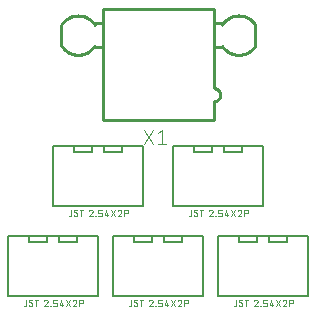
<source format=gbr>
G04 EAGLE Gerber RS-274X export*
G75*
%MOMM*%
%FSLAX34Y34*%
%LPD*%
%INSilkscreen Top*%
%IPPOS*%
%AMOC8*
5,1,8,0,0,1.08239X$1,22.5*%
G01*
%ADD10C,0.127000*%
%ADD11C,0.050800*%
%ADD12C,0.254000*%
%ADD13C,0.101600*%


D10*
X304800Y25400D02*
X304800Y76200D01*
X287020Y76200D01*
X271780Y76200D01*
X261620Y76200D02*
X246380Y76200D01*
X228600Y76200D01*
X228600Y25400D01*
X304800Y25400D01*
X287020Y71120D02*
X287020Y76200D01*
X271780Y76200D02*
X271780Y71120D01*
X271780Y76200D02*
X261620Y76200D01*
X261620Y71120D01*
X246380Y71120D02*
X246380Y76200D01*
X271780Y71120D02*
X287020Y71120D01*
X261620Y71120D02*
X246380Y71120D01*
D11*
X243506Y22606D02*
X243506Y18260D01*
X243504Y18190D01*
X243498Y18121D01*
X243488Y18052D01*
X243475Y17984D01*
X243457Y17916D01*
X243436Y17850D01*
X243411Y17785D01*
X243383Y17721D01*
X243351Y17659D01*
X243316Y17599D01*
X243277Y17541D01*
X243235Y17486D01*
X243190Y17432D01*
X243142Y17382D01*
X243092Y17334D01*
X243038Y17289D01*
X242983Y17247D01*
X242925Y17208D01*
X242865Y17173D01*
X242803Y17141D01*
X242739Y17113D01*
X242674Y17088D01*
X242608Y17067D01*
X242540Y17049D01*
X242472Y17036D01*
X242403Y17026D01*
X242334Y17020D01*
X242264Y17018D01*
X241643Y17018D01*
X247728Y17018D02*
X247798Y17020D01*
X247867Y17026D01*
X247936Y17036D01*
X248004Y17049D01*
X248072Y17067D01*
X248138Y17088D01*
X248203Y17113D01*
X248267Y17141D01*
X248329Y17173D01*
X248389Y17208D01*
X248447Y17247D01*
X248502Y17289D01*
X248556Y17334D01*
X248606Y17382D01*
X248654Y17432D01*
X248699Y17486D01*
X248741Y17541D01*
X248780Y17599D01*
X248815Y17659D01*
X248847Y17721D01*
X248875Y17785D01*
X248900Y17850D01*
X248921Y17916D01*
X248939Y17984D01*
X248952Y18052D01*
X248962Y18121D01*
X248968Y18190D01*
X248970Y18260D01*
X247728Y17018D02*
X247629Y17020D01*
X247531Y17025D01*
X247433Y17035D01*
X247335Y17048D01*
X247238Y17064D01*
X247141Y17084D01*
X247046Y17108D01*
X246951Y17136D01*
X246857Y17167D01*
X246765Y17201D01*
X246674Y17239D01*
X246584Y17280D01*
X246496Y17325D01*
X246410Y17373D01*
X246326Y17424D01*
X246244Y17478D01*
X246163Y17536D01*
X246085Y17596D01*
X246010Y17659D01*
X245936Y17725D01*
X245866Y17794D01*
X246020Y21364D02*
X246022Y21434D01*
X246028Y21503D01*
X246038Y21572D01*
X246051Y21640D01*
X246069Y21708D01*
X246090Y21774D01*
X246115Y21839D01*
X246143Y21903D01*
X246175Y21965D01*
X246210Y22025D01*
X246249Y22083D01*
X246291Y22138D01*
X246336Y22192D01*
X246384Y22242D01*
X246434Y22290D01*
X246488Y22335D01*
X246543Y22377D01*
X246601Y22416D01*
X246661Y22451D01*
X246723Y22483D01*
X246787Y22511D01*
X246852Y22536D01*
X246918Y22557D01*
X246986Y22575D01*
X247054Y22588D01*
X247123Y22598D01*
X247192Y22604D01*
X247262Y22606D01*
X247356Y22604D01*
X247449Y22598D01*
X247542Y22589D01*
X247635Y22576D01*
X247727Y22559D01*
X247818Y22539D01*
X247909Y22514D01*
X247998Y22487D01*
X248086Y22455D01*
X248173Y22420D01*
X248259Y22382D01*
X248342Y22340D01*
X248424Y22295D01*
X248505Y22247D01*
X248583Y22195D01*
X248659Y22140D01*
X246641Y20278D02*
X246582Y20314D01*
X246526Y20354D01*
X246472Y20397D01*
X246420Y20442D01*
X246371Y20491D01*
X246325Y20542D01*
X246282Y20595D01*
X246241Y20651D01*
X246204Y20709D01*
X246169Y20769D01*
X246139Y20830D01*
X246111Y20893D01*
X246087Y20958D01*
X246067Y21024D01*
X246050Y21091D01*
X246037Y21158D01*
X246028Y21226D01*
X246022Y21295D01*
X246020Y21364D01*
X248348Y19346D02*
X248407Y19310D01*
X248463Y19270D01*
X248517Y19227D01*
X248569Y19182D01*
X248618Y19133D01*
X248664Y19082D01*
X248707Y19029D01*
X248748Y18973D01*
X248785Y18915D01*
X248820Y18855D01*
X248850Y18794D01*
X248878Y18731D01*
X248902Y18666D01*
X248922Y18600D01*
X248939Y18533D01*
X248952Y18466D01*
X248961Y18398D01*
X248967Y18329D01*
X248969Y18260D01*
X248348Y19346D02*
X246641Y20278D01*
X252355Y22606D02*
X252355Y17018D01*
X250803Y22606D02*
X253907Y22606D01*
X260557Y22606D02*
X260630Y22604D01*
X260703Y22598D01*
X260776Y22589D01*
X260847Y22575D01*
X260919Y22558D01*
X260989Y22538D01*
X261058Y22513D01*
X261125Y22485D01*
X261191Y22454D01*
X261256Y22419D01*
X261318Y22381D01*
X261378Y22339D01*
X261436Y22295D01*
X261492Y22247D01*
X261545Y22197D01*
X261595Y22144D01*
X261643Y22088D01*
X261687Y22030D01*
X261729Y21970D01*
X261767Y21908D01*
X261802Y21843D01*
X261833Y21777D01*
X261861Y21710D01*
X261886Y21641D01*
X261906Y21571D01*
X261923Y21499D01*
X261937Y21428D01*
X261946Y21355D01*
X261952Y21282D01*
X261954Y21209D01*
X260557Y22606D02*
X260473Y22604D01*
X260390Y22598D01*
X260307Y22589D01*
X260225Y22575D01*
X260143Y22558D01*
X260062Y22536D01*
X259982Y22511D01*
X259904Y22483D01*
X259826Y22451D01*
X259751Y22415D01*
X259677Y22376D01*
X259605Y22333D01*
X259535Y22287D01*
X259468Y22238D01*
X259402Y22185D01*
X259340Y22130D01*
X259280Y22072D01*
X259222Y22011D01*
X259168Y21948D01*
X259116Y21882D01*
X259068Y21814D01*
X259023Y21743D01*
X258981Y21671D01*
X258943Y21596D01*
X258908Y21520D01*
X258877Y21443D01*
X258849Y21364D01*
X261487Y20123D02*
X261541Y20176D01*
X261592Y20233D01*
X261640Y20292D01*
X261685Y20353D01*
X261726Y20416D01*
X261765Y20482D01*
X261800Y20549D01*
X261832Y20618D01*
X261860Y20689D01*
X261884Y20760D01*
X261905Y20833D01*
X261922Y20907D01*
X261936Y20982D01*
X261945Y21057D01*
X261951Y21133D01*
X261953Y21209D01*
X261488Y20122D02*
X258849Y17018D01*
X261954Y17018D01*
X264087Y17018D02*
X264087Y17328D01*
X264397Y17328D01*
X264397Y17018D01*
X264087Y17018D01*
X266530Y17018D02*
X268393Y17018D01*
X268463Y17020D01*
X268532Y17026D01*
X268601Y17036D01*
X268669Y17049D01*
X268737Y17067D01*
X268803Y17088D01*
X268868Y17113D01*
X268932Y17141D01*
X268994Y17173D01*
X269054Y17208D01*
X269112Y17247D01*
X269167Y17289D01*
X269221Y17334D01*
X269271Y17382D01*
X269319Y17432D01*
X269364Y17486D01*
X269406Y17541D01*
X269445Y17599D01*
X269480Y17659D01*
X269512Y17721D01*
X269540Y17785D01*
X269565Y17850D01*
X269586Y17916D01*
X269604Y17984D01*
X269617Y18052D01*
X269627Y18121D01*
X269633Y18190D01*
X269635Y18260D01*
X269635Y18881D01*
X269633Y18951D01*
X269627Y19020D01*
X269617Y19089D01*
X269604Y19157D01*
X269586Y19225D01*
X269565Y19291D01*
X269540Y19356D01*
X269512Y19420D01*
X269480Y19482D01*
X269445Y19542D01*
X269406Y19600D01*
X269364Y19655D01*
X269319Y19709D01*
X269271Y19759D01*
X269221Y19807D01*
X269167Y19852D01*
X269112Y19894D01*
X269054Y19933D01*
X268994Y19968D01*
X268932Y20000D01*
X268868Y20028D01*
X268803Y20053D01*
X268737Y20074D01*
X268669Y20092D01*
X268601Y20105D01*
X268532Y20115D01*
X268463Y20121D01*
X268393Y20123D01*
X268393Y20122D02*
X266530Y20122D01*
X266530Y22606D01*
X269635Y22606D01*
X273258Y22606D02*
X272017Y18260D01*
X275121Y18260D01*
X274190Y19502D02*
X274190Y17018D01*
X277193Y17018D02*
X280918Y22606D01*
X277193Y22606D02*
X280918Y17018D01*
X286094Y21209D02*
X286092Y21282D01*
X286086Y21355D01*
X286077Y21428D01*
X286063Y21499D01*
X286046Y21571D01*
X286026Y21641D01*
X286001Y21710D01*
X285973Y21777D01*
X285942Y21843D01*
X285907Y21908D01*
X285869Y21970D01*
X285827Y22030D01*
X285783Y22088D01*
X285735Y22144D01*
X285685Y22197D01*
X285632Y22247D01*
X285576Y22295D01*
X285518Y22339D01*
X285458Y22381D01*
X285396Y22419D01*
X285331Y22454D01*
X285265Y22485D01*
X285198Y22513D01*
X285129Y22538D01*
X285059Y22558D01*
X284987Y22575D01*
X284916Y22589D01*
X284843Y22598D01*
X284770Y22604D01*
X284697Y22606D01*
X284613Y22604D01*
X284530Y22598D01*
X284447Y22589D01*
X284365Y22575D01*
X284283Y22558D01*
X284202Y22536D01*
X284122Y22511D01*
X284044Y22483D01*
X283966Y22451D01*
X283891Y22415D01*
X283817Y22376D01*
X283745Y22333D01*
X283675Y22287D01*
X283608Y22238D01*
X283542Y22185D01*
X283480Y22130D01*
X283420Y22072D01*
X283362Y22011D01*
X283308Y21948D01*
X283256Y21882D01*
X283208Y21814D01*
X283163Y21743D01*
X283121Y21671D01*
X283083Y21596D01*
X283048Y21520D01*
X283017Y21443D01*
X282989Y21364D01*
X285627Y20123D02*
X285681Y20176D01*
X285732Y20233D01*
X285780Y20292D01*
X285825Y20353D01*
X285866Y20416D01*
X285905Y20482D01*
X285940Y20549D01*
X285972Y20618D01*
X286000Y20689D01*
X286024Y20760D01*
X286045Y20833D01*
X286062Y20907D01*
X286076Y20982D01*
X286085Y21057D01*
X286091Y21133D01*
X286093Y21209D01*
X285628Y20122D02*
X282989Y17018D01*
X286094Y17018D01*
X288742Y17018D02*
X288742Y22606D01*
X290294Y22606D01*
X290371Y22604D01*
X290449Y22598D01*
X290525Y22589D01*
X290602Y22575D01*
X290677Y22558D01*
X290751Y22537D01*
X290825Y22512D01*
X290897Y22484D01*
X290967Y22452D01*
X291036Y22417D01*
X291103Y22378D01*
X291168Y22336D01*
X291231Y22291D01*
X291292Y22243D01*
X291350Y22192D01*
X291405Y22138D01*
X291458Y22081D01*
X291507Y22022D01*
X291554Y21960D01*
X291598Y21896D01*
X291638Y21830D01*
X291675Y21762D01*
X291709Y21692D01*
X291739Y21621D01*
X291765Y21548D01*
X291788Y21474D01*
X291807Y21399D01*
X291822Y21324D01*
X291834Y21247D01*
X291842Y21170D01*
X291846Y21093D01*
X291846Y21015D01*
X291842Y20938D01*
X291834Y20861D01*
X291822Y20784D01*
X291807Y20709D01*
X291788Y20634D01*
X291765Y20560D01*
X291739Y20487D01*
X291709Y20416D01*
X291675Y20346D01*
X291638Y20278D01*
X291598Y20212D01*
X291554Y20148D01*
X291507Y20086D01*
X291458Y20027D01*
X291405Y19970D01*
X291350Y19916D01*
X291292Y19865D01*
X291231Y19817D01*
X291168Y19772D01*
X291103Y19730D01*
X291036Y19691D01*
X290967Y19656D01*
X290897Y19624D01*
X290825Y19596D01*
X290751Y19571D01*
X290677Y19550D01*
X290602Y19533D01*
X290525Y19519D01*
X290449Y19510D01*
X290371Y19504D01*
X290294Y19502D01*
X288742Y19502D01*
D10*
X215900Y25400D02*
X215900Y76200D01*
X198120Y76200D01*
X182880Y76200D01*
X172720Y76200D02*
X157480Y76200D01*
X139700Y76200D01*
X139700Y25400D01*
X215900Y25400D01*
X198120Y71120D02*
X198120Y76200D01*
X182880Y76200D02*
X182880Y71120D01*
X182880Y76200D02*
X172720Y76200D01*
X172720Y71120D01*
X157480Y71120D02*
X157480Y76200D01*
X182880Y71120D02*
X198120Y71120D01*
X172720Y71120D02*
X157480Y71120D01*
D11*
X154606Y22606D02*
X154606Y18260D01*
X154604Y18190D01*
X154598Y18121D01*
X154588Y18052D01*
X154575Y17984D01*
X154557Y17916D01*
X154536Y17850D01*
X154511Y17785D01*
X154483Y17721D01*
X154451Y17659D01*
X154416Y17599D01*
X154377Y17541D01*
X154335Y17486D01*
X154290Y17432D01*
X154242Y17382D01*
X154192Y17334D01*
X154138Y17289D01*
X154083Y17247D01*
X154025Y17208D01*
X153965Y17173D01*
X153903Y17141D01*
X153839Y17113D01*
X153774Y17088D01*
X153708Y17067D01*
X153640Y17049D01*
X153572Y17036D01*
X153503Y17026D01*
X153434Y17020D01*
X153364Y17018D01*
X152743Y17018D01*
X158828Y17018D02*
X158898Y17020D01*
X158967Y17026D01*
X159036Y17036D01*
X159104Y17049D01*
X159172Y17067D01*
X159238Y17088D01*
X159303Y17113D01*
X159367Y17141D01*
X159429Y17173D01*
X159489Y17208D01*
X159547Y17247D01*
X159602Y17289D01*
X159656Y17334D01*
X159706Y17382D01*
X159754Y17432D01*
X159799Y17486D01*
X159841Y17541D01*
X159880Y17599D01*
X159915Y17659D01*
X159947Y17721D01*
X159975Y17785D01*
X160000Y17850D01*
X160021Y17916D01*
X160039Y17984D01*
X160052Y18052D01*
X160062Y18121D01*
X160068Y18190D01*
X160070Y18260D01*
X158828Y17018D02*
X158729Y17020D01*
X158631Y17025D01*
X158533Y17035D01*
X158435Y17048D01*
X158338Y17064D01*
X158241Y17084D01*
X158146Y17108D01*
X158051Y17136D01*
X157957Y17167D01*
X157865Y17201D01*
X157774Y17239D01*
X157684Y17280D01*
X157596Y17325D01*
X157510Y17373D01*
X157426Y17424D01*
X157344Y17478D01*
X157263Y17536D01*
X157185Y17596D01*
X157110Y17659D01*
X157036Y17725D01*
X156966Y17794D01*
X157120Y21364D02*
X157122Y21434D01*
X157128Y21503D01*
X157138Y21572D01*
X157151Y21640D01*
X157169Y21708D01*
X157190Y21774D01*
X157215Y21839D01*
X157243Y21903D01*
X157275Y21965D01*
X157310Y22025D01*
X157349Y22083D01*
X157391Y22138D01*
X157436Y22192D01*
X157484Y22242D01*
X157534Y22290D01*
X157588Y22335D01*
X157643Y22377D01*
X157701Y22416D01*
X157761Y22451D01*
X157823Y22483D01*
X157887Y22511D01*
X157952Y22536D01*
X158018Y22557D01*
X158086Y22575D01*
X158154Y22588D01*
X158223Y22598D01*
X158292Y22604D01*
X158362Y22606D01*
X158456Y22604D01*
X158549Y22598D01*
X158642Y22589D01*
X158735Y22576D01*
X158827Y22559D01*
X158918Y22539D01*
X159009Y22514D01*
X159098Y22487D01*
X159186Y22455D01*
X159273Y22420D01*
X159359Y22382D01*
X159442Y22340D01*
X159524Y22295D01*
X159605Y22247D01*
X159683Y22195D01*
X159759Y22140D01*
X157741Y20278D02*
X157682Y20314D01*
X157626Y20354D01*
X157572Y20397D01*
X157520Y20442D01*
X157471Y20491D01*
X157425Y20542D01*
X157382Y20595D01*
X157341Y20651D01*
X157304Y20709D01*
X157269Y20769D01*
X157239Y20830D01*
X157211Y20893D01*
X157187Y20958D01*
X157167Y21024D01*
X157150Y21091D01*
X157137Y21158D01*
X157128Y21226D01*
X157122Y21295D01*
X157120Y21364D01*
X159448Y19346D02*
X159507Y19310D01*
X159563Y19270D01*
X159617Y19227D01*
X159669Y19182D01*
X159718Y19133D01*
X159764Y19082D01*
X159807Y19029D01*
X159848Y18973D01*
X159885Y18915D01*
X159920Y18855D01*
X159950Y18794D01*
X159978Y18731D01*
X160002Y18666D01*
X160022Y18600D01*
X160039Y18533D01*
X160052Y18466D01*
X160061Y18398D01*
X160067Y18329D01*
X160069Y18260D01*
X159448Y19346D02*
X157741Y20278D01*
X163455Y22606D02*
X163455Y17018D01*
X161903Y22606D02*
X165007Y22606D01*
X171657Y22606D02*
X171730Y22604D01*
X171803Y22598D01*
X171876Y22589D01*
X171947Y22575D01*
X172019Y22558D01*
X172089Y22538D01*
X172158Y22513D01*
X172225Y22485D01*
X172291Y22454D01*
X172356Y22419D01*
X172418Y22381D01*
X172478Y22339D01*
X172536Y22295D01*
X172592Y22247D01*
X172645Y22197D01*
X172695Y22144D01*
X172743Y22088D01*
X172787Y22030D01*
X172829Y21970D01*
X172867Y21908D01*
X172902Y21843D01*
X172933Y21777D01*
X172961Y21710D01*
X172986Y21641D01*
X173006Y21571D01*
X173023Y21499D01*
X173037Y21428D01*
X173046Y21355D01*
X173052Y21282D01*
X173054Y21209D01*
X171657Y22606D02*
X171573Y22604D01*
X171490Y22598D01*
X171407Y22589D01*
X171325Y22575D01*
X171243Y22558D01*
X171162Y22536D01*
X171082Y22511D01*
X171004Y22483D01*
X170926Y22451D01*
X170851Y22415D01*
X170777Y22376D01*
X170705Y22333D01*
X170635Y22287D01*
X170568Y22238D01*
X170502Y22185D01*
X170440Y22130D01*
X170380Y22072D01*
X170322Y22011D01*
X170268Y21948D01*
X170216Y21882D01*
X170168Y21814D01*
X170123Y21743D01*
X170081Y21671D01*
X170043Y21596D01*
X170008Y21520D01*
X169977Y21443D01*
X169949Y21364D01*
X172587Y20123D02*
X172641Y20176D01*
X172692Y20233D01*
X172740Y20292D01*
X172785Y20353D01*
X172826Y20416D01*
X172865Y20482D01*
X172900Y20549D01*
X172932Y20618D01*
X172960Y20689D01*
X172984Y20760D01*
X173005Y20833D01*
X173022Y20907D01*
X173036Y20982D01*
X173045Y21057D01*
X173051Y21133D01*
X173053Y21209D01*
X172588Y20122D02*
X169949Y17018D01*
X173054Y17018D01*
X175187Y17018D02*
X175187Y17328D01*
X175497Y17328D01*
X175497Y17018D01*
X175187Y17018D01*
X177630Y17018D02*
X179493Y17018D01*
X179563Y17020D01*
X179632Y17026D01*
X179701Y17036D01*
X179769Y17049D01*
X179837Y17067D01*
X179903Y17088D01*
X179968Y17113D01*
X180032Y17141D01*
X180094Y17173D01*
X180154Y17208D01*
X180212Y17247D01*
X180267Y17289D01*
X180321Y17334D01*
X180371Y17382D01*
X180419Y17432D01*
X180464Y17486D01*
X180506Y17541D01*
X180545Y17599D01*
X180580Y17659D01*
X180612Y17721D01*
X180640Y17785D01*
X180665Y17850D01*
X180686Y17916D01*
X180704Y17984D01*
X180717Y18052D01*
X180727Y18121D01*
X180733Y18190D01*
X180735Y18260D01*
X180735Y18881D01*
X180733Y18951D01*
X180727Y19020D01*
X180717Y19089D01*
X180704Y19157D01*
X180686Y19225D01*
X180665Y19291D01*
X180640Y19356D01*
X180612Y19420D01*
X180580Y19482D01*
X180545Y19542D01*
X180506Y19600D01*
X180464Y19655D01*
X180419Y19709D01*
X180371Y19759D01*
X180321Y19807D01*
X180267Y19852D01*
X180212Y19894D01*
X180154Y19933D01*
X180094Y19968D01*
X180032Y20000D01*
X179968Y20028D01*
X179903Y20053D01*
X179837Y20074D01*
X179769Y20092D01*
X179701Y20105D01*
X179632Y20115D01*
X179563Y20121D01*
X179493Y20123D01*
X179493Y20122D02*
X177630Y20122D01*
X177630Y22606D01*
X180735Y22606D01*
X184358Y22606D02*
X183117Y18260D01*
X186221Y18260D01*
X185290Y19502D02*
X185290Y17018D01*
X188293Y17018D02*
X192018Y22606D01*
X188293Y22606D02*
X192018Y17018D01*
X197194Y21209D02*
X197192Y21282D01*
X197186Y21355D01*
X197177Y21428D01*
X197163Y21499D01*
X197146Y21571D01*
X197126Y21641D01*
X197101Y21710D01*
X197073Y21777D01*
X197042Y21843D01*
X197007Y21908D01*
X196969Y21970D01*
X196927Y22030D01*
X196883Y22088D01*
X196835Y22144D01*
X196785Y22197D01*
X196732Y22247D01*
X196676Y22295D01*
X196618Y22339D01*
X196558Y22381D01*
X196496Y22419D01*
X196431Y22454D01*
X196365Y22485D01*
X196298Y22513D01*
X196229Y22538D01*
X196159Y22558D01*
X196087Y22575D01*
X196016Y22589D01*
X195943Y22598D01*
X195870Y22604D01*
X195797Y22606D01*
X195713Y22604D01*
X195630Y22598D01*
X195547Y22589D01*
X195465Y22575D01*
X195383Y22558D01*
X195302Y22536D01*
X195222Y22511D01*
X195144Y22483D01*
X195066Y22451D01*
X194991Y22415D01*
X194917Y22376D01*
X194845Y22333D01*
X194775Y22287D01*
X194708Y22238D01*
X194642Y22185D01*
X194580Y22130D01*
X194520Y22072D01*
X194462Y22011D01*
X194408Y21948D01*
X194356Y21882D01*
X194308Y21814D01*
X194263Y21743D01*
X194221Y21671D01*
X194183Y21596D01*
X194148Y21520D01*
X194117Y21443D01*
X194089Y21364D01*
X196727Y20123D02*
X196781Y20176D01*
X196832Y20233D01*
X196880Y20292D01*
X196925Y20353D01*
X196966Y20416D01*
X197005Y20482D01*
X197040Y20549D01*
X197072Y20618D01*
X197100Y20689D01*
X197124Y20760D01*
X197145Y20833D01*
X197162Y20907D01*
X197176Y20982D01*
X197185Y21057D01*
X197191Y21133D01*
X197193Y21209D01*
X196728Y20122D02*
X194089Y17018D01*
X197194Y17018D01*
X199842Y17018D02*
X199842Y22606D01*
X201394Y22606D01*
X201471Y22604D01*
X201549Y22598D01*
X201625Y22589D01*
X201702Y22575D01*
X201777Y22558D01*
X201851Y22537D01*
X201925Y22512D01*
X201997Y22484D01*
X202067Y22452D01*
X202136Y22417D01*
X202203Y22378D01*
X202268Y22336D01*
X202331Y22291D01*
X202392Y22243D01*
X202450Y22192D01*
X202505Y22138D01*
X202558Y22081D01*
X202607Y22022D01*
X202654Y21960D01*
X202698Y21896D01*
X202738Y21830D01*
X202775Y21762D01*
X202809Y21692D01*
X202839Y21621D01*
X202865Y21548D01*
X202888Y21474D01*
X202907Y21399D01*
X202922Y21324D01*
X202934Y21247D01*
X202942Y21170D01*
X202946Y21093D01*
X202946Y21015D01*
X202942Y20938D01*
X202934Y20861D01*
X202922Y20784D01*
X202907Y20709D01*
X202888Y20634D01*
X202865Y20560D01*
X202839Y20487D01*
X202809Y20416D01*
X202775Y20346D01*
X202738Y20278D01*
X202698Y20212D01*
X202654Y20148D01*
X202607Y20086D01*
X202558Y20027D01*
X202505Y19970D01*
X202450Y19916D01*
X202392Y19865D01*
X202331Y19817D01*
X202268Y19772D01*
X202203Y19730D01*
X202136Y19691D01*
X202067Y19656D01*
X201997Y19624D01*
X201925Y19596D01*
X201851Y19571D01*
X201777Y19550D01*
X201702Y19533D01*
X201625Y19519D01*
X201549Y19510D01*
X201471Y19504D01*
X201394Y19502D01*
X199842Y19502D01*
D10*
X127000Y25400D02*
X127000Y76200D01*
X109220Y76200D01*
X93980Y76200D01*
X83820Y76200D02*
X68580Y76200D01*
X50800Y76200D01*
X50800Y25400D01*
X127000Y25400D01*
X109220Y71120D02*
X109220Y76200D01*
X93980Y76200D02*
X93980Y71120D01*
X93980Y76200D02*
X83820Y76200D01*
X83820Y71120D01*
X68580Y71120D02*
X68580Y76200D01*
X93980Y71120D02*
X109220Y71120D01*
X83820Y71120D02*
X68580Y71120D01*
D11*
X65706Y22606D02*
X65706Y18260D01*
X65704Y18190D01*
X65698Y18121D01*
X65688Y18052D01*
X65675Y17984D01*
X65657Y17916D01*
X65636Y17850D01*
X65611Y17785D01*
X65583Y17721D01*
X65551Y17659D01*
X65516Y17599D01*
X65477Y17541D01*
X65435Y17486D01*
X65390Y17432D01*
X65342Y17382D01*
X65292Y17334D01*
X65238Y17289D01*
X65183Y17247D01*
X65125Y17208D01*
X65065Y17173D01*
X65003Y17141D01*
X64939Y17113D01*
X64874Y17088D01*
X64808Y17067D01*
X64740Y17049D01*
X64672Y17036D01*
X64603Y17026D01*
X64534Y17020D01*
X64464Y17018D01*
X63843Y17018D01*
X69928Y17018D02*
X69998Y17020D01*
X70067Y17026D01*
X70136Y17036D01*
X70204Y17049D01*
X70272Y17067D01*
X70338Y17088D01*
X70403Y17113D01*
X70467Y17141D01*
X70529Y17173D01*
X70589Y17208D01*
X70647Y17247D01*
X70702Y17289D01*
X70756Y17334D01*
X70806Y17382D01*
X70854Y17432D01*
X70899Y17486D01*
X70941Y17541D01*
X70980Y17599D01*
X71015Y17659D01*
X71047Y17721D01*
X71075Y17785D01*
X71100Y17850D01*
X71121Y17916D01*
X71139Y17984D01*
X71152Y18052D01*
X71162Y18121D01*
X71168Y18190D01*
X71170Y18260D01*
X69928Y17018D02*
X69829Y17020D01*
X69731Y17025D01*
X69633Y17035D01*
X69535Y17048D01*
X69438Y17064D01*
X69341Y17084D01*
X69246Y17108D01*
X69151Y17136D01*
X69057Y17167D01*
X68965Y17201D01*
X68874Y17239D01*
X68784Y17280D01*
X68696Y17325D01*
X68610Y17373D01*
X68526Y17424D01*
X68444Y17478D01*
X68363Y17536D01*
X68285Y17596D01*
X68210Y17659D01*
X68136Y17725D01*
X68066Y17794D01*
X68220Y21364D02*
X68222Y21434D01*
X68228Y21503D01*
X68238Y21572D01*
X68251Y21640D01*
X68269Y21708D01*
X68290Y21774D01*
X68315Y21839D01*
X68343Y21903D01*
X68375Y21965D01*
X68410Y22025D01*
X68449Y22083D01*
X68491Y22138D01*
X68536Y22192D01*
X68584Y22242D01*
X68634Y22290D01*
X68688Y22335D01*
X68743Y22377D01*
X68801Y22416D01*
X68861Y22451D01*
X68923Y22483D01*
X68987Y22511D01*
X69052Y22536D01*
X69118Y22557D01*
X69186Y22575D01*
X69254Y22588D01*
X69323Y22598D01*
X69392Y22604D01*
X69462Y22606D01*
X69556Y22604D01*
X69649Y22598D01*
X69742Y22589D01*
X69835Y22576D01*
X69927Y22559D01*
X70018Y22539D01*
X70109Y22514D01*
X70198Y22487D01*
X70286Y22455D01*
X70373Y22420D01*
X70459Y22382D01*
X70542Y22340D01*
X70624Y22295D01*
X70705Y22247D01*
X70783Y22195D01*
X70859Y22140D01*
X68841Y20278D02*
X68782Y20314D01*
X68726Y20354D01*
X68672Y20397D01*
X68620Y20442D01*
X68571Y20491D01*
X68525Y20542D01*
X68482Y20595D01*
X68441Y20651D01*
X68404Y20709D01*
X68369Y20769D01*
X68339Y20830D01*
X68311Y20893D01*
X68287Y20958D01*
X68267Y21024D01*
X68250Y21091D01*
X68237Y21158D01*
X68228Y21226D01*
X68222Y21295D01*
X68220Y21364D01*
X70548Y19346D02*
X70607Y19310D01*
X70663Y19270D01*
X70717Y19227D01*
X70769Y19182D01*
X70818Y19133D01*
X70864Y19082D01*
X70907Y19029D01*
X70948Y18973D01*
X70985Y18915D01*
X71020Y18855D01*
X71050Y18794D01*
X71078Y18731D01*
X71102Y18666D01*
X71122Y18600D01*
X71139Y18533D01*
X71152Y18466D01*
X71161Y18398D01*
X71167Y18329D01*
X71169Y18260D01*
X70548Y19346D02*
X68841Y20278D01*
X74555Y22606D02*
X74555Y17018D01*
X73003Y22606D02*
X76107Y22606D01*
X82757Y22606D02*
X82830Y22604D01*
X82903Y22598D01*
X82976Y22589D01*
X83047Y22575D01*
X83119Y22558D01*
X83189Y22538D01*
X83258Y22513D01*
X83325Y22485D01*
X83391Y22454D01*
X83456Y22419D01*
X83518Y22381D01*
X83578Y22339D01*
X83636Y22295D01*
X83692Y22247D01*
X83745Y22197D01*
X83795Y22144D01*
X83843Y22088D01*
X83887Y22030D01*
X83929Y21970D01*
X83967Y21908D01*
X84002Y21843D01*
X84033Y21777D01*
X84061Y21710D01*
X84086Y21641D01*
X84106Y21571D01*
X84123Y21499D01*
X84137Y21428D01*
X84146Y21355D01*
X84152Y21282D01*
X84154Y21209D01*
X82757Y22606D02*
X82673Y22604D01*
X82590Y22598D01*
X82507Y22589D01*
X82425Y22575D01*
X82343Y22558D01*
X82262Y22536D01*
X82182Y22511D01*
X82104Y22483D01*
X82026Y22451D01*
X81951Y22415D01*
X81877Y22376D01*
X81805Y22333D01*
X81735Y22287D01*
X81668Y22238D01*
X81602Y22185D01*
X81540Y22130D01*
X81480Y22072D01*
X81422Y22011D01*
X81368Y21948D01*
X81316Y21882D01*
X81268Y21814D01*
X81223Y21743D01*
X81181Y21671D01*
X81143Y21596D01*
X81108Y21520D01*
X81077Y21443D01*
X81049Y21364D01*
X83687Y20123D02*
X83741Y20176D01*
X83792Y20233D01*
X83840Y20292D01*
X83885Y20353D01*
X83926Y20416D01*
X83965Y20482D01*
X84000Y20549D01*
X84032Y20618D01*
X84060Y20689D01*
X84084Y20760D01*
X84105Y20833D01*
X84122Y20907D01*
X84136Y20982D01*
X84145Y21057D01*
X84151Y21133D01*
X84153Y21209D01*
X83688Y20122D02*
X81049Y17018D01*
X84154Y17018D01*
X86287Y17018D02*
X86287Y17328D01*
X86597Y17328D01*
X86597Y17018D01*
X86287Y17018D01*
X88730Y17018D02*
X90593Y17018D01*
X90663Y17020D01*
X90732Y17026D01*
X90801Y17036D01*
X90869Y17049D01*
X90937Y17067D01*
X91003Y17088D01*
X91068Y17113D01*
X91132Y17141D01*
X91194Y17173D01*
X91254Y17208D01*
X91312Y17247D01*
X91367Y17289D01*
X91421Y17334D01*
X91471Y17382D01*
X91519Y17432D01*
X91564Y17486D01*
X91606Y17541D01*
X91645Y17599D01*
X91680Y17659D01*
X91712Y17721D01*
X91740Y17785D01*
X91765Y17850D01*
X91786Y17916D01*
X91804Y17984D01*
X91817Y18052D01*
X91827Y18121D01*
X91833Y18190D01*
X91835Y18260D01*
X91835Y18881D01*
X91833Y18951D01*
X91827Y19020D01*
X91817Y19089D01*
X91804Y19157D01*
X91786Y19225D01*
X91765Y19291D01*
X91740Y19356D01*
X91712Y19420D01*
X91680Y19482D01*
X91645Y19542D01*
X91606Y19600D01*
X91564Y19655D01*
X91519Y19709D01*
X91471Y19759D01*
X91421Y19807D01*
X91367Y19852D01*
X91312Y19894D01*
X91254Y19933D01*
X91194Y19968D01*
X91132Y20000D01*
X91068Y20028D01*
X91003Y20053D01*
X90937Y20074D01*
X90869Y20092D01*
X90801Y20105D01*
X90732Y20115D01*
X90663Y20121D01*
X90593Y20123D01*
X90593Y20122D02*
X88730Y20122D01*
X88730Y22606D01*
X91835Y22606D01*
X95458Y22606D02*
X94217Y18260D01*
X97321Y18260D01*
X96390Y19502D02*
X96390Y17018D01*
X99393Y17018D02*
X103118Y22606D01*
X99393Y22606D02*
X103118Y17018D01*
X108294Y21209D02*
X108292Y21282D01*
X108286Y21355D01*
X108277Y21428D01*
X108263Y21499D01*
X108246Y21571D01*
X108226Y21641D01*
X108201Y21710D01*
X108173Y21777D01*
X108142Y21843D01*
X108107Y21908D01*
X108069Y21970D01*
X108027Y22030D01*
X107983Y22088D01*
X107935Y22144D01*
X107885Y22197D01*
X107832Y22247D01*
X107776Y22295D01*
X107718Y22339D01*
X107658Y22381D01*
X107596Y22419D01*
X107531Y22454D01*
X107465Y22485D01*
X107398Y22513D01*
X107329Y22538D01*
X107259Y22558D01*
X107187Y22575D01*
X107116Y22589D01*
X107043Y22598D01*
X106970Y22604D01*
X106897Y22606D01*
X106813Y22604D01*
X106730Y22598D01*
X106647Y22589D01*
X106565Y22575D01*
X106483Y22558D01*
X106402Y22536D01*
X106322Y22511D01*
X106244Y22483D01*
X106166Y22451D01*
X106091Y22415D01*
X106017Y22376D01*
X105945Y22333D01*
X105875Y22287D01*
X105808Y22238D01*
X105742Y22185D01*
X105680Y22130D01*
X105620Y22072D01*
X105562Y22011D01*
X105508Y21948D01*
X105456Y21882D01*
X105408Y21814D01*
X105363Y21743D01*
X105321Y21671D01*
X105283Y21596D01*
X105248Y21520D01*
X105217Y21443D01*
X105189Y21364D01*
X107827Y20123D02*
X107881Y20176D01*
X107932Y20233D01*
X107980Y20292D01*
X108025Y20353D01*
X108066Y20416D01*
X108105Y20482D01*
X108140Y20549D01*
X108172Y20618D01*
X108200Y20689D01*
X108224Y20760D01*
X108245Y20833D01*
X108262Y20907D01*
X108276Y20982D01*
X108285Y21057D01*
X108291Y21133D01*
X108293Y21209D01*
X107828Y20122D02*
X105189Y17018D01*
X108294Y17018D01*
X110942Y17018D02*
X110942Y22606D01*
X112494Y22606D01*
X112571Y22604D01*
X112649Y22598D01*
X112725Y22589D01*
X112802Y22575D01*
X112877Y22558D01*
X112951Y22537D01*
X113025Y22512D01*
X113097Y22484D01*
X113167Y22452D01*
X113236Y22417D01*
X113303Y22378D01*
X113368Y22336D01*
X113431Y22291D01*
X113492Y22243D01*
X113550Y22192D01*
X113605Y22138D01*
X113658Y22081D01*
X113707Y22022D01*
X113754Y21960D01*
X113798Y21896D01*
X113838Y21830D01*
X113875Y21762D01*
X113909Y21692D01*
X113939Y21621D01*
X113965Y21548D01*
X113988Y21474D01*
X114007Y21399D01*
X114022Y21324D01*
X114034Y21247D01*
X114042Y21170D01*
X114046Y21093D01*
X114046Y21015D01*
X114042Y20938D01*
X114034Y20861D01*
X114022Y20784D01*
X114007Y20709D01*
X113988Y20634D01*
X113965Y20560D01*
X113939Y20487D01*
X113909Y20416D01*
X113875Y20346D01*
X113838Y20278D01*
X113798Y20212D01*
X113754Y20148D01*
X113707Y20086D01*
X113658Y20027D01*
X113605Y19970D01*
X113550Y19916D01*
X113492Y19865D01*
X113431Y19817D01*
X113368Y19772D01*
X113303Y19730D01*
X113236Y19691D01*
X113167Y19656D01*
X113097Y19624D01*
X113025Y19596D01*
X112951Y19571D01*
X112877Y19550D01*
X112802Y19533D01*
X112725Y19519D01*
X112649Y19510D01*
X112571Y19504D01*
X112494Y19502D01*
X110942Y19502D01*
D10*
X266700Y101600D02*
X266700Y152400D01*
X248920Y152400D01*
X233680Y152400D01*
X223520Y152400D02*
X208280Y152400D01*
X190500Y152400D01*
X190500Y101600D01*
X266700Y101600D01*
X248920Y147320D02*
X248920Y152400D01*
X233680Y152400D02*
X233680Y147320D01*
X233680Y152400D02*
X223520Y152400D01*
X223520Y147320D01*
X208280Y147320D02*
X208280Y152400D01*
X233680Y147320D02*
X248920Y147320D01*
X223520Y147320D02*
X208280Y147320D01*
D11*
X205406Y98806D02*
X205406Y94460D01*
X205404Y94390D01*
X205398Y94321D01*
X205388Y94252D01*
X205375Y94184D01*
X205357Y94116D01*
X205336Y94050D01*
X205311Y93985D01*
X205283Y93921D01*
X205251Y93859D01*
X205216Y93799D01*
X205177Y93741D01*
X205135Y93686D01*
X205090Y93632D01*
X205042Y93582D01*
X204992Y93534D01*
X204938Y93489D01*
X204883Y93447D01*
X204825Y93408D01*
X204765Y93373D01*
X204703Y93341D01*
X204639Y93313D01*
X204574Y93288D01*
X204508Y93267D01*
X204440Y93249D01*
X204372Y93236D01*
X204303Y93226D01*
X204234Y93220D01*
X204164Y93218D01*
X203543Y93218D01*
X209628Y93218D02*
X209698Y93220D01*
X209767Y93226D01*
X209836Y93236D01*
X209904Y93249D01*
X209972Y93267D01*
X210038Y93288D01*
X210103Y93313D01*
X210167Y93341D01*
X210229Y93373D01*
X210289Y93408D01*
X210347Y93447D01*
X210402Y93489D01*
X210456Y93534D01*
X210506Y93582D01*
X210554Y93632D01*
X210599Y93686D01*
X210641Y93741D01*
X210680Y93799D01*
X210715Y93859D01*
X210747Y93921D01*
X210775Y93985D01*
X210800Y94050D01*
X210821Y94116D01*
X210839Y94184D01*
X210852Y94252D01*
X210862Y94321D01*
X210868Y94390D01*
X210870Y94460D01*
X209628Y93218D02*
X209529Y93220D01*
X209431Y93225D01*
X209333Y93235D01*
X209235Y93248D01*
X209138Y93264D01*
X209041Y93284D01*
X208946Y93308D01*
X208851Y93336D01*
X208757Y93367D01*
X208665Y93401D01*
X208574Y93439D01*
X208484Y93480D01*
X208396Y93525D01*
X208310Y93573D01*
X208226Y93624D01*
X208144Y93678D01*
X208063Y93736D01*
X207985Y93796D01*
X207910Y93859D01*
X207836Y93925D01*
X207766Y93994D01*
X207920Y97564D02*
X207922Y97634D01*
X207928Y97703D01*
X207938Y97772D01*
X207951Y97840D01*
X207969Y97908D01*
X207990Y97974D01*
X208015Y98039D01*
X208043Y98103D01*
X208075Y98165D01*
X208110Y98225D01*
X208149Y98283D01*
X208191Y98338D01*
X208236Y98392D01*
X208284Y98442D01*
X208334Y98490D01*
X208388Y98535D01*
X208443Y98577D01*
X208501Y98616D01*
X208561Y98651D01*
X208623Y98683D01*
X208687Y98711D01*
X208752Y98736D01*
X208818Y98757D01*
X208886Y98775D01*
X208954Y98788D01*
X209023Y98798D01*
X209092Y98804D01*
X209162Y98806D01*
X209256Y98804D01*
X209349Y98798D01*
X209442Y98789D01*
X209535Y98776D01*
X209627Y98759D01*
X209718Y98739D01*
X209809Y98714D01*
X209898Y98687D01*
X209986Y98655D01*
X210073Y98620D01*
X210159Y98582D01*
X210242Y98540D01*
X210324Y98495D01*
X210405Y98447D01*
X210483Y98395D01*
X210559Y98340D01*
X208541Y96478D02*
X208482Y96514D01*
X208426Y96554D01*
X208372Y96597D01*
X208320Y96642D01*
X208271Y96691D01*
X208225Y96742D01*
X208182Y96795D01*
X208141Y96851D01*
X208104Y96909D01*
X208069Y96969D01*
X208039Y97030D01*
X208011Y97093D01*
X207987Y97158D01*
X207967Y97224D01*
X207950Y97291D01*
X207937Y97358D01*
X207928Y97426D01*
X207922Y97495D01*
X207920Y97564D01*
X210248Y95546D02*
X210307Y95510D01*
X210363Y95470D01*
X210417Y95427D01*
X210469Y95382D01*
X210518Y95333D01*
X210564Y95282D01*
X210607Y95229D01*
X210648Y95173D01*
X210685Y95115D01*
X210720Y95055D01*
X210750Y94994D01*
X210778Y94931D01*
X210802Y94866D01*
X210822Y94800D01*
X210839Y94733D01*
X210852Y94666D01*
X210861Y94598D01*
X210867Y94529D01*
X210869Y94460D01*
X210248Y95546D02*
X208541Y96478D01*
X214255Y98806D02*
X214255Y93218D01*
X212703Y98806D02*
X215807Y98806D01*
X222457Y98806D02*
X222530Y98804D01*
X222603Y98798D01*
X222676Y98789D01*
X222747Y98775D01*
X222819Y98758D01*
X222889Y98738D01*
X222958Y98713D01*
X223025Y98685D01*
X223091Y98654D01*
X223156Y98619D01*
X223218Y98581D01*
X223278Y98539D01*
X223336Y98495D01*
X223392Y98447D01*
X223445Y98397D01*
X223495Y98344D01*
X223543Y98288D01*
X223587Y98230D01*
X223629Y98170D01*
X223667Y98108D01*
X223702Y98043D01*
X223733Y97977D01*
X223761Y97910D01*
X223786Y97841D01*
X223806Y97771D01*
X223823Y97699D01*
X223837Y97628D01*
X223846Y97555D01*
X223852Y97482D01*
X223854Y97409D01*
X222457Y98806D02*
X222373Y98804D01*
X222290Y98798D01*
X222207Y98789D01*
X222125Y98775D01*
X222043Y98758D01*
X221962Y98736D01*
X221882Y98711D01*
X221804Y98683D01*
X221726Y98651D01*
X221651Y98615D01*
X221577Y98576D01*
X221505Y98533D01*
X221435Y98487D01*
X221368Y98438D01*
X221302Y98385D01*
X221240Y98330D01*
X221180Y98272D01*
X221122Y98211D01*
X221068Y98148D01*
X221016Y98082D01*
X220968Y98014D01*
X220923Y97943D01*
X220881Y97871D01*
X220843Y97796D01*
X220808Y97720D01*
X220777Y97643D01*
X220749Y97564D01*
X223387Y96323D02*
X223441Y96376D01*
X223492Y96433D01*
X223540Y96492D01*
X223585Y96553D01*
X223626Y96616D01*
X223665Y96682D01*
X223700Y96749D01*
X223732Y96818D01*
X223760Y96889D01*
X223784Y96960D01*
X223805Y97033D01*
X223822Y97107D01*
X223836Y97182D01*
X223845Y97257D01*
X223851Y97333D01*
X223853Y97409D01*
X223388Y96322D02*
X220749Y93218D01*
X223854Y93218D01*
X225987Y93218D02*
X225987Y93528D01*
X226297Y93528D01*
X226297Y93218D01*
X225987Y93218D01*
X228430Y93218D02*
X230293Y93218D01*
X230363Y93220D01*
X230432Y93226D01*
X230501Y93236D01*
X230569Y93249D01*
X230637Y93267D01*
X230703Y93288D01*
X230768Y93313D01*
X230832Y93341D01*
X230894Y93373D01*
X230954Y93408D01*
X231012Y93447D01*
X231067Y93489D01*
X231121Y93534D01*
X231171Y93582D01*
X231219Y93632D01*
X231264Y93686D01*
X231306Y93741D01*
X231345Y93799D01*
X231380Y93859D01*
X231412Y93921D01*
X231440Y93985D01*
X231465Y94050D01*
X231486Y94116D01*
X231504Y94184D01*
X231517Y94252D01*
X231527Y94321D01*
X231533Y94390D01*
X231535Y94460D01*
X231535Y95081D01*
X231533Y95151D01*
X231527Y95220D01*
X231517Y95289D01*
X231504Y95357D01*
X231486Y95425D01*
X231465Y95491D01*
X231440Y95556D01*
X231412Y95620D01*
X231380Y95682D01*
X231345Y95742D01*
X231306Y95800D01*
X231264Y95855D01*
X231219Y95909D01*
X231171Y95959D01*
X231121Y96007D01*
X231067Y96052D01*
X231012Y96094D01*
X230954Y96133D01*
X230894Y96168D01*
X230832Y96200D01*
X230768Y96228D01*
X230703Y96253D01*
X230637Y96274D01*
X230569Y96292D01*
X230501Y96305D01*
X230432Y96315D01*
X230363Y96321D01*
X230293Y96323D01*
X230293Y96322D02*
X228430Y96322D01*
X228430Y98806D01*
X231535Y98806D01*
X235158Y98806D02*
X233917Y94460D01*
X237021Y94460D01*
X236090Y95702D02*
X236090Y93218D01*
X239093Y93218D02*
X242818Y98806D01*
X239093Y98806D02*
X242818Y93218D01*
X247994Y97409D02*
X247992Y97482D01*
X247986Y97555D01*
X247977Y97628D01*
X247963Y97699D01*
X247946Y97771D01*
X247926Y97841D01*
X247901Y97910D01*
X247873Y97977D01*
X247842Y98043D01*
X247807Y98108D01*
X247769Y98170D01*
X247727Y98230D01*
X247683Y98288D01*
X247635Y98344D01*
X247585Y98397D01*
X247532Y98447D01*
X247476Y98495D01*
X247418Y98539D01*
X247358Y98581D01*
X247296Y98619D01*
X247231Y98654D01*
X247165Y98685D01*
X247098Y98713D01*
X247029Y98738D01*
X246959Y98758D01*
X246887Y98775D01*
X246816Y98789D01*
X246743Y98798D01*
X246670Y98804D01*
X246597Y98806D01*
X246513Y98804D01*
X246430Y98798D01*
X246347Y98789D01*
X246265Y98775D01*
X246183Y98758D01*
X246102Y98736D01*
X246022Y98711D01*
X245944Y98683D01*
X245866Y98651D01*
X245791Y98615D01*
X245717Y98576D01*
X245645Y98533D01*
X245575Y98487D01*
X245508Y98438D01*
X245442Y98385D01*
X245380Y98330D01*
X245320Y98272D01*
X245262Y98211D01*
X245208Y98148D01*
X245156Y98082D01*
X245108Y98014D01*
X245063Y97943D01*
X245021Y97871D01*
X244983Y97796D01*
X244948Y97720D01*
X244917Y97643D01*
X244889Y97564D01*
X247527Y96323D02*
X247581Y96376D01*
X247632Y96433D01*
X247680Y96492D01*
X247725Y96553D01*
X247766Y96616D01*
X247805Y96682D01*
X247840Y96749D01*
X247872Y96818D01*
X247900Y96889D01*
X247924Y96960D01*
X247945Y97033D01*
X247962Y97107D01*
X247976Y97182D01*
X247985Y97257D01*
X247991Y97333D01*
X247993Y97409D01*
X247528Y96322D02*
X244889Y93218D01*
X247994Y93218D01*
X250642Y93218D02*
X250642Y98806D01*
X252194Y98806D01*
X252271Y98804D01*
X252349Y98798D01*
X252425Y98789D01*
X252502Y98775D01*
X252577Y98758D01*
X252651Y98737D01*
X252725Y98712D01*
X252797Y98684D01*
X252867Y98652D01*
X252936Y98617D01*
X253003Y98578D01*
X253068Y98536D01*
X253131Y98491D01*
X253192Y98443D01*
X253250Y98392D01*
X253305Y98338D01*
X253358Y98281D01*
X253407Y98222D01*
X253454Y98160D01*
X253498Y98096D01*
X253538Y98030D01*
X253575Y97962D01*
X253609Y97892D01*
X253639Y97821D01*
X253665Y97748D01*
X253688Y97674D01*
X253707Y97599D01*
X253722Y97524D01*
X253734Y97447D01*
X253742Y97370D01*
X253746Y97293D01*
X253746Y97215D01*
X253742Y97138D01*
X253734Y97061D01*
X253722Y96984D01*
X253707Y96909D01*
X253688Y96834D01*
X253665Y96760D01*
X253639Y96687D01*
X253609Y96616D01*
X253575Y96546D01*
X253538Y96478D01*
X253498Y96412D01*
X253454Y96348D01*
X253407Y96286D01*
X253358Y96227D01*
X253305Y96170D01*
X253250Y96116D01*
X253192Y96065D01*
X253131Y96017D01*
X253068Y95972D01*
X253003Y95930D01*
X252936Y95891D01*
X252867Y95856D01*
X252797Y95824D01*
X252725Y95796D01*
X252651Y95771D01*
X252577Y95750D01*
X252502Y95733D01*
X252425Y95719D01*
X252349Y95710D01*
X252271Y95704D01*
X252194Y95702D01*
X250642Y95702D01*
D10*
X165100Y101600D02*
X165100Y152400D01*
X147320Y152400D01*
X132080Y152400D01*
X121920Y152400D02*
X106680Y152400D01*
X88900Y152400D01*
X88900Y101600D01*
X165100Y101600D01*
X147320Y147320D02*
X147320Y152400D01*
X132080Y152400D02*
X132080Y147320D01*
X132080Y152400D02*
X121920Y152400D01*
X121920Y147320D01*
X106680Y147320D02*
X106680Y152400D01*
X132080Y147320D02*
X147320Y147320D01*
X121920Y147320D02*
X106680Y147320D01*
D11*
X103806Y98806D02*
X103806Y94460D01*
X103804Y94390D01*
X103798Y94321D01*
X103788Y94252D01*
X103775Y94184D01*
X103757Y94116D01*
X103736Y94050D01*
X103711Y93985D01*
X103683Y93921D01*
X103651Y93859D01*
X103616Y93799D01*
X103577Y93741D01*
X103535Y93686D01*
X103490Y93632D01*
X103442Y93582D01*
X103392Y93534D01*
X103338Y93489D01*
X103283Y93447D01*
X103225Y93408D01*
X103165Y93373D01*
X103103Y93341D01*
X103039Y93313D01*
X102974Y93288D01*
X102908Y93267D01*
X102840Y93249D01*
X102772Y93236D01*
X102703Y93226D01*
X102634Y93220D01*
X102564Y93218D01*
X101943Y93218D01*
X108028Y93218D02*
X108098Y93220D01*
X108167Y93226D01*
X108236Y93236D01*
X108304Y93249D01*
X108372Y93267D01*
X108438Y93288D01*
X108503Y93313D01*
X108567Y93341D01*
X108629Y93373D01*
X108689Y93408D01*
X108747Y93447D01*
X108802Y93489D01*
X108856Y93534D01*
X108906Y93582D01*
X108954Y93632D01*
X108999Y93686D01*
X109041Y93741D01*
X109080Y93799D01*
X109115Y93859D01*
X109147Y93921D01*
X109175Y93985D01*
X109200Y94050D01*
X109221Y94116D01*
X109239Y94184D01*
X109252Y94252D01*
X109262Y94321D01*
X109268Y94390D01*
X109270Y94460D01*
X108028Y93218D02*
X107929Y93220D01*
X107831Y93225D01*
X107733Y93235D01*
X107635Y93248D01*
X107538Y93264D01*
X107441Y93284D01*
X107346Y93308D01*
X107251Y93336D01*
X107157Y93367D01*
X107065Y93401D01*
X106974Y93439D01*
X106884Y93480D01*
X106796Y93525D01*
X106710Y93573D01*
X106626Y93624D01*
X106544Y93678D01*
X106463Y93736D01*
X106385Y93796D01*
X106310Y93859D01*
X106236Y93925D01*
X106166Y93994D01*
X106320Y97564D02*
X106322Y97634D01*
X106328Y97703D01*
X106338Y97772D01*
X106351Y97840D01*
X106369Y97908D01*
X106390Y97974D01*
X106415Y98039D01*
X106443Y98103D01*
X106475Y98165D01*
X106510Y98225D01*
X106549Y98283D01*
X106591Y98338D01*
X106636Y98392D01*
X106684Y98442D01*
X106734Y98490D01*
X106788Y98535D01*
X106843Y98577D01*
X106901Y98616D01*
X106961Y98651D01*
X107023Y98683D01*
X107087Y98711D01*
X107152Y98736D01*
X107218Y98757D01*
X107286Y98775D01*
X107354Y98788D01*
X107423Y98798D01*
X107492Y98804D01*
X107562Y98806D01*
X107656Y98804D01*
X107749Y98798D01*
X107842Y98789D01*
X107935Y98776D01*
X108027Y98759D01*
X108118Y98739D01*
X108209Y98714D01*
X108298Y98687D01*
X108386Y98655D01*
X108473Y98620D01*
X108559Y98582D01*
X108642Y98540D01*
X108724Y98495D01*
X108805Y98447D01*
X108883Y98395D01*
X108959Y98340D01*
X106941Y96478D02*
X106882Y96514D01*
X106826Y96554D01*
X106772Y96597D01*
X106720Y96642D01*
X106671Y96691D01*
X106625Y96742D01*
X106582Y96795D01*
X106541Y96851D01*
X106504Y96909D01*
X106469Y96969D01*
X106439Y97030D01*
X106411Y97093D01*
X106387Y97158D01*
X106367Y97224D01*
X106350Y97291D01*
X106337Y97358D01*
X106328Y97426D01*
X106322Y97495D01*
X106320Y97564D01*
X108648Y95546D02*
X108707Y95510D01*
X108763Y95470D01*
X108817Y95427D01*
X108869Y95382D01*
X108918Y95333D01*
X108964Y95282D01*
X109007Y95229D01*
X109048Y95173D01*
X109085Y95115D01*
X109120Y95055D01*
X109150Y94994D01*
X109178Y94931D01*
X109202Y94866D01*
X109222Y94800D01*
X109239Y94733D01*
X109252Y94666D01*
X109261Y94598D01*
X109267Y94529D01*
X109269Y94460D01*
X108648Y95546D02*
X106941Y96478D01*
X112655Y98806D02*
X112655Y93218D01*
X111103Y98806D02*
X114207Y98806D01*
X120857Y98806D02*
X120930Y98804D01*
X121003Y98798D01*
X121076Y98789D01*
X121147Y98775D01*
X121219Y98758D01*
X121289Y98738D01*
X121358Y98713D01*
X121425Y98685D01*
X121491Y98654D01*
X121556Y98619D01*
X121618Y98581D01*
X121678Y98539D01*
X121736Y98495D01*
X121792Y98447D01*
X121845Y98397D01*
X121895Y98344D01*
X121943Y98288D01*
X121987Y98230D01*
X122029Y98170D01*
X122067Y98108D01*
X122102Y98043D01*
X122133Y97977D01*
X122161Y97910D01*
X122186Y97841D01*
X122206Y97771D01*
X122223Y97699D01*
X122237Y97628D01*
X122246Y97555D01*
X122252Y97482D01*
X122254Y97409D01*
X120857Y98806D02*
X120773Y98804D01*
X120690Y98798D01*
X120607Y98789D01*
X120525Y98775D01*
X120443Y98758D01*
X120362Y98736D01*
X120282Y98711D01*
X120204Y98683D01*
X120126Y98651D01*
X120051Y98615D01*
X119977Y98576D01*
X119905Y98533D01*
X119835Y98487D01*
X119768Y98438D01*
X119702Y98385D01*
X119640Y98330D01*
X119580Y98272D01*
X119522Y98211D01*
X119468Y98148D01*
X119416Y98082D01*
X119368Y98014D01*
X119323Y97943D01*
X119281Y97871D01*
X119243Y97796D01*
X119208Y97720D01*
X119177Y97643D01*
X119149Y97564D01*
X121787Y96323D02*
X121841Y96376D01*
X121892Y96433D01*
X121940Y96492D01*
X121985Y96553D01*
X122026Y96616D01*
X122065Y96682D01*
X122100Y96749D01*
X122132Y96818D01*
X122160Y96889D01*
X122184Y96960D01*
X122205Y97033D01*
X122222Y97107D01*
X122236Y97182D01*
X122245Y97257D01*
X122251Y97333D01*
X122253Y97409D01*
X121788Y96322D02*
X119149Y93218D01*
X122254Y93218D01*
X124387Y93218D02*
X124387Y93528D01*
X124697Y93528D01*
X124697Y93218D01*
X124387Y93218D01*
X126830Y93218D02*
X128693Y93218D01*
X128763Y93220D01*
X128832Y93226D01*
X128901Y93236D01*
X128969Y93249D01*
X129037Y93267D01*
X129103Y93288D01*
X129168Y93313D01*
X129232Y93341D01*
X129294Y93373D01*
X129354Y93408D01*
X129412Y93447D01*
X129467Y93489D01*
X129521Y93534D01*
X129571Y93582D01*
X129619Y93632D01*
X129664Y93686D01*
X129706Y93741D01*
X129745Y93799D01*
X129780Y93859D01*
X129812Y93921D01*
X129840Y93985D01*
X129865Y94050D01*
X129886Y94116D01*
X129904Y94184D01*
X129917Y94252D01*
X129927Y94321D01*
X129933Y94390D01*
X129935Y94460D01*
X129935Y95081D01*
X129933Y95151D01*
X129927Y95220D01*
X129917Y95289D01*
X129904Y95357D01*
X129886Y95425D01*
X129865Y95491D01*
X129840Y95556D01*
X129812Y95620D01*
X129780Y95682D01*
X129745Y95742D01*
X129706Y95800D01*
X129664Y95855D01*
X129619Y95909D01*
X129571Y95959D01*
X129521Y96007D01*
X129467Y96052D01*
X129412Y96094D01*
X129354Y96133D01*
X129294Y96168D01*
X129232Y96200D01*
X129168Y96228D01*
X129103Y96253D01*
X129037Y96274D01*
X128969Y96292D01*
X128901Y96305D01*
X128832Y96315D01*
X128763Y96321D01*
X128693Y96323D01*
X128693Y96322D02*
X126830Y96322D01*
X126830Y98806D01*
X129935Y98806D01*
X133558Y98806D02*
X132317Y94460D01*
X135421Y94460D01*
X134490Y95702D02*
X134490Y93218D01*
X137493Y93218D02*
X141218Y98806D01*
X137493Y98806D02*
X141218Y93218D01*
X146394Y97409D02*
X146392Y97482D01*
X146386Y97555D01*
X146377Y97628D01*
X146363Y97699D01*
X146346Y97771D01*
X146326Y97841D01*
X146301Y97910D01*
X146273Y97977D01*
X146242Y98043D01*
X146207Y98108D01*
X146169Y98170D01*
X146127Y98230D01*
X146083Y98288D01*
X146035Y98344D01*
X145985Y98397D01*
X145932Y98447D01*
X145876Y98495D01*
X145818Y98539D01*
X145758Y98581D01*
X145696Y98619D01*
X145631Y98654D01*
X145565Y98685D01*
X145498Y98713D01*
X145429Y98738D01*
X145359Y98758D01*
X145287Y98775D01*
X145216Y98789D01*
X145143Y98798D01*
X145070Y98804D01*
X144997Y98806D01*
X144913Y98804D01*
X144830Y98798D01*
X144747Y98789D01*
X144665Y98775D01*
X144583Y98758D01*
X144502Y98736D01*
X144422Y98711D01*
X144344Y98683D01*
X144266Y98651D01*
X144191Y98615D01*
X144117Y98576D01*
X144045Y98533D01*
X143975Y98487D01*
X143908Y98438D01*
X143842Y98385D01*
X143780Y98330D01*
X143720Y98272D01*
X143662Y98211D01*
X143608Y98148D01*
X143556Y98082D01*
X143508Y98014D01*
X143463Y97943D01*
X143421Y97871D01*
X143383Y97796D01*
X143348Y97720D01*
X143317Y97643D01*
X143289Y97564D01*
X145927Y96323D02*
X145981Y96376D01*
X146032Y96433D01*
X146080Y96492D01*
X146125Y96553D01*
X146166Y96616D01*
X146205Y96682D01*
X146240Y96749D01*
X146272Y96818D01*
X146300Y96889D01*
X146324Y96960D01*
X146345Y97033D01*
X146362Y97107D01*
X146376Y97182D01*
X146385Y97257D01*
X146391Y97333D01*
X146393Y97409D01*
X145928Y96322D02*
X143289Y93218D01*
X146394Y93218D01*
X149042Y93218D02*
X149042Y98806D01*
X150594Y98806D01*
X150671Y98804D01*
X150749Y98798D01*
X150825Y98789D01*
X150902Y98775D01*
X150977Y98758D01*
X151051Y98737D01*
X151125Y98712D01*
X151197Y98684D01*
X151267Y98652D01*
X151336Y98617D01*
X151403Y98578D01*
X151468Y98536D01*
X151531Y98491D01*
X151592Y98443D01*
X151650Y98392D01*
X151705Y98338D01*
X151758Y98281D01*
X151807Y98222D01*
X151854Y98160D01*
X151898Y98096D01*
X151938Y98030D01*
X151975Y97962D01*
X152009Y97892D01*
X152039Y97821D01*
X152065Y97748D01*
X152088Y97674D01*
X152107Y97599D01*
X152122Y97524D01*
X152134Y97447D01*
X152142Y97370D01*
X152146Y97293D01*
X152146Y97215D01*
X152142Y97138D01*
X152134Y97061D01*
X152122Y96984D01*
X152107Y96909D01*
X152088Y96834D01*
X152065Y96760D01*
X152039Y96687D01*
X152009Y96616D01*
X151975Y96546D01*
X151938Y96478D01*
X151898Y96412D01*
X151854Y96348D01*
X151807Y96286D01*
X151758Y96227D01*
X151705Y96170D01*
X151650Y96116D01*
X151592Y96065D01*
X151531Y96017D01*
X151468Y95972D01*
X151403Y95930D01*
X151336Y95891D01*
X151267Y95856D01*
X151197Y95824D01*
X151125Y95796D01*
X151051Y95771D01*
X150977Y95750D01*
X150902Y95733D01*
X150825Y95719D01*
X150749Y95710D01*
X150671Y95704D01*
X150594Y95702D01*
X149042Y95702D01*
D12*
X130800Y268520D02*
X224800Y268520D01*
X224800Y201520D01*
X224800Y190520D02*
X224800Y174520D01*
X130800Y174520D01*
X130800Y268520D01*
X123800Y255520D02*
X123576Y255858D01*
X123344Y256191D01*
X123105Y256519D01*
X122857Y256840D01*
X122602Y257155D01*
X122339Y257464D01*
X122068Y257766D01*
X121790Y258062D01*
X121505Y258351D01*
X121214Y258633D01*
X120915Y258907D01*
X120610Y259175D01*
X120298Y259434D01*
X119980Y259686D01*
X119656Y259931D01*
X119326Y260167D01*
X118991Y260395D01*
X118650Y260615D01*
X118304Y260826D01*
X117953Y261029D01*
X117596Y261224D01*
X117236Y261410D01*
X116871Y261586D01*
X116501Y261754D01*
X116128Y261913D01*
X115751Y262063D01*
X115370Y262203D01*
X114986Y262334D01*
X114599Y262456D01*
X114209Y262568D01*
X113817Y262671D01*
X113422Y262764D01*
X113025Y262848D01*
X112626Y262921D01*
X112226Y262985D01*
X111824Y263040D01*
X111420Y263084D01*
X111016Y263119D01*
X110611Y263143D01*
X110206Y263158D01*
X109800Y263163D01*
X109394Y263158D01*
X108989Y263143D01*
X108584Y263119D01*
X108180Y263084D01*
X107776Y263040D01*
X107374Y262985D01*
X106974Y262921D01*
X106575Y262848D01*
X106178Y262764D01*
X105783Y262671D01*
X105391Y262568D01*
X105001Y262456D01*
X104614Y262334D01*
X104230Y262203D01*
X103849Y262063D01*
X103472Y261913D01*
X103099Y261754D01*
X102729Y261586D01*
X102364Y261410D01*
X102004Y261224D01*
X101647Y261029D01*
X101296Y260826D01*
X100950Y260615D01*
X100609Y260395D01*
X100274Y260167D01*
X99944Y259931D01*
X99620Y259686D01*
X99302Y259434D01*
X98990Y259175D01*
X98685Y258907D01*
X98386Y258633D01*
X98095Y258351D01*
X97810Y258062D01*
X97532Y257766D01*
X97261Y257464D01*
X96998Y257155D01*
X96743Y256840D01*
X96495Y256519D01*
X96256Y256191D01*
X96024Y255858D01*
X95800Y255520D01*
X95800Y237520D02*
X96024Y237182D01*
X96256Y236849D01*
X96495Y236521D01*
X96743Y236200D01*
X96998Y235885D01*
X97261Y235576D01*
X97532Y235274D01*
X97810Y234978D01*
X98095Y234689D01*
X98386Y234407D01*
X98685Y234133D01*
X98990Y233865D01*
X99302Y233606D01*
X99620Y233354D01*
X99944Y233109D01*
X100274Y232873D01*
X100609Y232645D01*
X100950Y232425D01*
X101296Y232214D01*
X101647Y232011D01*
X102004Y231816D01*
X102364Y231630D01*
X102729Y231454D01*
X103099Y231286D01*
X103472Y231127D01*
X103849Y230977D01*
X104230Y230837D01*
X104614Y230706D01*
X105001Y230584D01*
X105391Y230472D01*
X105783Y230369D01*
X106178Y230276D01*
X106575Y230192D01*
X106974Y230119D01*
X107374Y230055D01*
X107776Y230000D01*
X108180Y229956D01*
X108584Y229921D01*
X108989Y229897D01*
X109394Y229882D01*
X109800Y229877D01*
X110206Y229882D01*
X110611Y229897D01*
X111016Y229921D01*
X111420Y229956D01*
X111824Y230000D01*
X112226Y230055D01*
X112626Y230119D01*
X113025Y230192D01*
X113422Y230276D01*
X113817Y230369D01*
X114209Y230472D01*
X114599Y230584D01*
X114986Y230706D01*
X115370Y230837D01*
X115751Y230977D01*
X116128Y231127D01*
X116501Y231286D01*
X116871Y231454D01*
X117236Y231630D01*
X117596Y231816D01*
X117953Y232011D01*
X118304Y232214D01*
X118650Y232425D01*
X118991Y232645D01*
X119326Y232873D01*
X119656Y233109D01*
X119980Y233354D01*
X120298Y233606D01*
X120610Y233865D01*
X120915Y234133D01*
X121214Y234407D01*
X121505Y234689D01*
X121790Y234978D01*
X122068Y235274D01*
X122339Y235576D01*
X122602Y235885D01*
X122857Y236200D01*
X123105Y236521D01*
X123344Y236849D01*
X123576Y237182D01*
X123800Y237520D01*
X95800Y237520D02*
X95800Y255520D01*
X122800Y256520D02*
X129800Y256520D01*
X129800Y236520D02*
X122800Y236520D01*
X231800Y237520D02*
X232024Y237182D01*
X232256Y236849D01*
X232495Y236521D01*
X232743Y236200D01*
X232998Y235885D01*
X233261Y235576D01*
X233532Y235274D01*
X233810Y234978D01*
X234095Y234689D01*
X234386Y234407D01*
X234685Y234133D01*
X234990Y233865D01*
X235302Y233606D01*
X235620Y233354D01*
X235944Y233109D01*
X236274Y232873D01*
X236609Y232645D01*
X236950Y232425D01*
X237296Y232214D01*
X237647Y232011D01*
X238004Y231816D01*
X238364Y231630D01*
X238729Y231454D01*
X239099Y231286D01*
X239472Y231127D01*
X239849Y230977D01*
X240230Y230837D01*
X240614Y230706D01*
X241001Y230584D01*
X241391Y230472D01*
X241783Y230369D01*
X242178Y230276D01*
X242575Y230192D01*
X242974Y230119D01*
X243374Y230055D01*
X243776Y230000D01*
X244180Y229956D01*
X244584Y229921D01*
X244989Y229897D01*
X245394Y229882D01*
X245800Y229877D01*
X246206Y229882D01*
X246611Y229897D01*
X247016Y229921D01*
X247420Y229956D01*
X247824Y230000D01*
X248226Y230055D01*
X248626Y230119D01*
X249025Y230192D01*
X249422Y230276D01*
X249817Y230369D01*
X250209Y230472D01*
X250599Y230584D01*
X250986Y230706D01*
X251370Y230837D01*
X251751Y230977D01*
X252128Y231127D01*
X252501Y231286D01*
X252871Y231454D01*
X253236Y231630D01*
X253596Y231816D01*
X253953Y232011D01*
X254304Y232214D01*
X254650Y232425D01*
X254991Y232645D01*
X255326Y232873D01*
X255656Y233109D01*
X255980Y233354D01*
X256298Y233606D01*
X256610Y233865D01*
X256915Y234133D01*
X257214Y234407D01*
X257505Y234689D01*
X257790Y234978D01*
X258068Y235274D01*
X258339Y235576D01*
X258602Y235885D01*
X258857Y236200D01*
X259105Y236521D01*
X259344Y236849D01*
X259576Y237182D01*
X259800Y237520D01*
X259800Y255520D02*
X259576Y255858D01*
X259344Y256191D01*
X259105Y256519D01*
X258857Y256840D01*
X258602Y257155D01*
X258339Y257464D01*
X258068Y257766D01*
X257790Y258062D01*
X257505Y258351D01*
X257214Y258633D01*
X256915Y258907D01*
X256610Y259175D01*
X256298Y259434D01*
X255980Y259686D01*
X255656Y259931D01*
X255326Y260167D01*
X254991Y260395D01*
X254650Y260615D01*
X254304Y260826D01*
X253953Y261029D01*
X253596Y261224D01*
X253236Y261410D01*
X252871Y261586D01*
X252501Y261754D01*
X252128Y261913D01*
X251751Y262063D01*
X251370Y262203D01*
X250986Y262334D01*
X250599Y262456D01*
X250209Y262568D01*
X249817Y262671D01*
X249422Y262764D01*
X249025Y262848D01*
X248626Y262921D01*
X248226Y262985D01*
X247824Y263040D01*
X247420Y263084D01*
X247016Y263119D01*
X246611Y263143D01*
X246206Y263158D01*
X245800Y263163D01*
X245394Y263158D01*
X244989Y263143D01*
X244584Y263119D01*
X244180Y263084D01*
X243776Y263040D01*
X243374Y262985D01*
X242974Y262921D01*
X242575Y262848D01*
X242178Y262764D01*
X241783Y262671D01*
X241391Y262568D01*
X241001Y262456D01*
X240614Y262334D01*
X240230Y262203D01*
X239849Y262063D01*
X239472Y261913D01*
X239099Y261754D01*
X238729Y261586D01*
X238364Y261410D01*
X238004Y261224D01*
X237647Y261029D01*
X237296Y260826D01*
X236950Y260615D01*
X236609Y260395D01*
X236274Y260167D01*
X235944Y259931D01*
X235620Y259686D01*
X235302Y259434D01*
X234990Y259175D01*
X234685Y258907D01*
X234386Y258633D01*
X234095Y258351D01*
X233810Y258062D01*
X233532Y257766D01*
X233261Y257464D01*
X232998Y257155D01*
X232743Y256840D01*
X232495Y256519D01*
X232256Y256191D01*
X232024Y255858D01*
X231800Y255520D01*
X259800Y255520D02*
X259800Y237520D01*
X232800Y236520D02*
X225800Y236520D01*
X225800Y256520D02*
X232800Y256520D01*
X224800Y201520D02*
X224948Y201518D01*
X225095Y201512D01*
X225243Y201502D01*
X225390Y201488D01*
X225536Y201471D01*
X225682Y201449D01*
X225828Y201423D01*
X225972Y201394D01*
X226116Y201360D01*
X226259Y201323D01*
X226401Y201282D01*
X226542Y201237D01*
X226681Y201188D01*
X226819Y201136D01*
X226956Y201080D01*
X227091Y201020D01*
X227224Y200957D01*
X227356Y200890D01*
X227486Y200820D01*
X227614Y200746D01*
X227740Y200669D01*
X227863Y200588D01*
X227985Y200504D01*
X228104Y200417D01*
X228221Y200327D01*
X228335Y200233D01*
X228447Y200137D01*
X228556Y200037D01*
X228663Y199935D01*
X228767Y199830D01*
X228867Y199722D01*
X228965Y199612D01*
X229060Y199498D01*
X229152Y199383D01*
X229241Y199265D01*
X229326Y199144D01*
X229409Y199022D01*
X229488Y198897D01*
X229563Y198770D01*
X229635Y198641D01*
X229704Y198510D01*
X229769Y198378D01*
X229830Y198244D01*
X229888Y198108D01*
X229943Y197970D01*
X229993Y197832D01*
X230040Y197691D01*
X230083Y197550D01*
X230122Y197408D01*
X230157Y197264D01*
X230189Y197120D01*
X230216Y196975D01*
X230240Y196829D01*
X230260Y196683D01*
X230276Y196536D01*
X230288Y196389D01*
X230296Y196241D01*
X230300Y196094D01*
X230300Y195946D01*
X230296Y195799D01*
X230288Y195651D01*
X230276Y195504D01*
X230260Y195357D01*
X230240Y195211D01*
X230216Y195065D01*
X230189Y194920D01*
X230157Y194776D01*
X230122Y194632D01*
X230083Y194490D01*
X230040Y194349D01*
X229993Y194208D01*
X229943Y194070D01*
X229888Y193932D01*
X229830Y193796D01*
X229769Y193662D01*
X229704Y193530D01*
X229635Y193399D01*
X229563Y193270D01*
X229488Y193143D01*
X229409Y193018D01*
X229326Y192896D01*
X229241Y192775D01*
X229152Y192657D01*
X229060Y192542D01*
X228965Y192428D01*
X228867Y192318D01*
X228767Y192210D01*
X228663Y192105D01*
X228556Y192003D01*
X228447Y191903D01*
X228335Y191807D01*
X228221Y191713D01*
X228104Y191623D01*
X227985Y191536D01*
X227863Y191452D01*
X227740Y191371D01*
X227614Y191294D01*
X227486Y191220D01*
X227356Y191150D01*
X227224Y191083D01*
X227091Y191020D01*
X226956Y190960D01*
X226819Y190904D01*
X226681Y190852D01*
X226542Y190803D01*
X226401Y190758D01*
X226259Y190717D01*
X226116Y190680D01*
X225972Y190646D01*
X225828Y190617D01*
X225682Y190591D01*
X225536Y190569D01*
X225390Y190552D01*
X225243Y190538D01*
X225095Y190528D01*
X224948Y190522D01*
X224800Y190520D01*
D13*
X173397Y165862D02*
X165608Y154178D01*
X173397Y154178D02*
X165608Y165862D01*
X177687Y163266D02*
X180933Y165862D01*
X180933Y154178D01*
X184178Y154178D02*
X177687Y154178D01*
M02*

</source>
